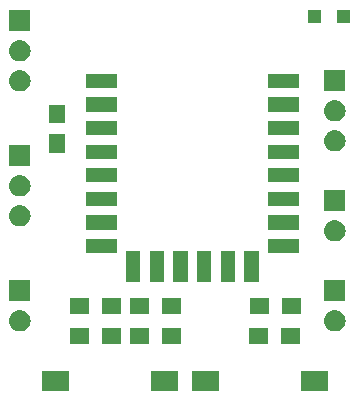
<source format=gbr>
G04 #@! TF.GenerationSoftware,KiCad,Pcbnew,(5.0.1-3-g963ef8bb5)*
G04 #@! TF.CreationDate,2019-01-23T22:51:25-05:00*
G04 #@! TF.ProjectId,WaterSpill,57617465725370696C6C2E6B69636164,rev?*
G04 #@! TF.SameCoordinates,Original*
G04 #@! TF.FileFunction,Soldermask,Top*
G04 #@! TF.FilePolarity,Negative*
%FSLAX46Y46*%
G04 Gerber Fmt 4.6, Leading zero omitted, Abs format (unit mm)*
G04 Created by KiCad (PCBNEW (5.0.1-3-g963ef8bb5)) date Wednesday, January 23, 2019 at 10:51:25 pm*
%MOMM*%
%LPD*%
G01*
G04 APERTURE LIST*
%ADD10C,0.100000*%
G04 APERTURE END LIST*
D10*
G36*
X56531000Y-51651000D02*
X54249000Y-51651000D01*
X54249000Y-49949000D01*
X56531000Y-49949000D01*
X56531000Y-51651000D01*
X56531000Y-51651000D01*
G37*
G36*
X47351000Y-51651000D02*
X45069000Y-51651000D01*
X45069000Y-49949000D01*
X47351000Y-49949000D01*
X47351000Y-51651000D01*
X47351000Y-51651000D01*
G37*
G36*
X43831000Y-51651000D02*
X41549000Y-51651000D01*
X41549000Y-49949000D01*
X43831000Y-49949000D01*
X43831000Y-51651000D01*
X43831000Y-51651000D01*
G37*
G36*
X34651000Y-51651000D02*
X32369000Y-51651000D01*
X32369000Y-49949000D01*
X34651000Y-49949000D01*
X34651000Y-51651000D01*
X34651000Y-51651000D01*
G37*
G36*
X54221000Y-47691000D02*
X52619000Y-47691000D01*
X52619000Y-46289000D01*
X54221000Y-46289000D01*
X54221000Y-47691000D01*
X54221000Y-47691000D01*
G37*
G36*
X51521000Y-47691000D02*
X49919000Y-47691000D01*
X49919000Y-46289000D01*
X51521000Y-46289000D01*
X51521000Y-47691000D01*
X51521000Y-47691000D01*
G37*
G36*
X44141000Y-47691000D02*
X42539000Y-47691000D01*
X42539000Y-46289000D01*
X44141000Y-46289000D01*
X44141000Y-47691000D01*
X44141000Y-47691000D01*
G37*
G36*
X41441000Y-47691000D02*
X39839000Y-47691000D01*
X39839000Y-46289000D01*
X41441000Y-46289000D01*
X41441000Y-47691000D01*
X41441000Y-47691000D01*
G37*
G36*
X39061000Y-47691000D02*
X37459000Y-47691000D01*
X37459000Y-46289000D01*
X39061000Y-46289000D01*
X39061000Y-47691000D01*
X39061000Y-47691000D01*
G37*
G36*
X36361000Y-47691000D02*
X34759000Y-47691000D01*
X34759000Y-46289000D01*
X36361000Y-46289000D01*
X36361000Y-47691000D01*
X36361000Y-47691000D01*
G37*
G36*
X30590442Y-44825518D02*
X30656627Y-44832037D01*
X30769853Y-44866384D01*
X30826467Y-44883557D01*
X30965087Y-44957652D01*
X30982991Y-44967222D01*
X31018729Y-44996552D01*
X31120186Y-45079814D01*
X31203448Y-45181271D01*
X31232778Y-45217009D01*
X31232779Y-45217011D01*
X31316443Y-45373533D01*
X31316443Y-45373534D01*
X31367963Y-45543373D01*
X31385359Y-45720000D01*
X31367963Y-45896627D01*
X31333616Y-46009853D01*
X31316443Y-46066467D01*
X31242348Y-46205087D01*
X31232778Y-46222991D01*
X31203448Y-46258729D01*
X31120186Y-46360186D01*
X31018729Y-46443448D01*
X30982991Y-46472778D01*
X30982989Y-46472779D01*
X30826467Y-46556443D01*
X30769853Y-46573616D01*
X30656627Y-46607963D01*
X30590442Y-46614482D01*
X30524260Y-46621000D01*
X30435740Y-46621000D01*
X30369558Y-46614482D01*
X30303373Y-46607963D01*
X30190147Y-46573616D01*
X30133533Y-46556443D01*
X29977011Y-46472779D01*
X29977009Y-46472778D01*
X29941271Y-46443448D01*
X29839814Y-46360186D01*
X29756552Y-46258729D01*
X29727222Y-46222991D01*
X29717652Y-46205087D01*
X29643557Y-46066467D01*
X29626384Y-46009853D01*
X29592037Y-45896627D01*
X29574641Y-45720000D01*
X29592037Y-45543373D01*
X29643557Y-45373534D01*
X29643557Y-45373533D01*
X29727221Y-45217011D01*
X29727222Y-45217009D01*
X29756552Y-45181271D01*
X29839814Y-45079814D01*
X29941271Y-44996552D01*
X29977009Y-44967222D01*
X29994913Y-44957652D01*
X30133533Y-44883557D01*
X30190147Y-44866384D01*
X30303373Y-44832037D01*
X30369558Y-44825518D01*
X30435740Y-44819000D01*
X30524260Y-44819000D01*
X30590442Y-44825518D01*
X30590442Y-44825518D01*
G37*
G36*
X57260442Y-44825518D02*
X57326627Y-44832037D01*
X57439853Y-44866384D01*
X57496467Y-44883557D01*
X57635087Y-44957652D01*
X57652991Y-44967222D01*
X57688729Y-44996552D01*
X57790186Y-45079814D01*
X57873448Y-45181271D01*
X57902778Y-45217009D01*
X57902779Y-45217011D01*
X57986443Y-45373533D01*
X57986443Y-45373534D01*
X58037963Y-45543373D01*
X58055359Y-45720000D01*
X58037963Y-45896627D01*
X58003616Y-46009853D01*
X57986443Y-46066467D01*
X57912348Y-46205087D01*
X57902778Y-46222991D01*
X57873448Y-46258729D01*
X57790186Y-46360186D01*
X57688729Y-46443448D01*
X57652991Y-46472778D01*
X57652989Y-46472779D01*
X57496467Y-46556443D01*
X57439853Y-46573616D01*
X57326627Y-46607963D01*
X57260442Y-46614482D01*
X57194260Y-46621000D01*
X57105740Y-46621000D01*
X57039558Y-46614482D01*
X56973373Y-46607963D01*
X56860147Y-46573616D01*
X56803533Y-46556443D01*
X56647011Y-46472779D01*
X56647009Y-46472778D01*
X56611271Y-46443448D01*
X56509814Y-46360186D01*
X56426552Y-46258729D01*
X56397222Y-46222991D01*
X56387652Y-46205087D01*
X56313557Y-46066467D01*
X56296384Y-46009853D01*
X56262037Y-45896627D01*
X56244641Y-45720000D01*
X56262037Y-45543373D01*
X56313557Y-45373534D01*
X56313557Y-45373533D01*
X56397221Y-45217011D01*
X56397222Y-45217009D01*
X56426552Y-45181271D01*
X56509814Y-45079814D01*
X56611271Y-44996552D01*
X56647009Y-44967222D01*
X56664913Y-44957652D01*
X56803533Y-44883557D01*
X56860147Y-44866384D01*
X56973373Y-44832037D01*
X57039558Y-44825518D01*
X57105740Y-44819000D01*
X57194260Y-44819000D01*
X57260442Y-44825518D01*
X57260442Y-44825518D01*
G37*
G36*
X54301000Y-45151000D02*
X52699000Y-45151000D01*
X52699000Y-43749000D01*
X54301000Y-43749000D01*
X54301000Y-45151000D01*
X54301000Y-45151000D01*
G37*
G36*
X51601000Y-45151000D02*
X49999000Y-45151000D01*
X49999000Y-43749000D01*
X51601000Y-43749000D01*
X51601000Y-45151000D01*
X51601000Y-45151000D01*
G37*
G36*
X44141000Y-45151000D02*
X42539000Y-45151000D01*
X42539000Y-43749000D01*
X44141000Y-43749000D01*
X44141000Y-45151000D01*
X44141000Y-45151000D01*
G37*
G36*
X41441000Y-45151000D02*
X39839000Y-45151000D01*
X39839000Y-43749000D01*
X41441000Y-43749000D01*
X41441000Y-45151000D01*
X41441000Y-45151000D01*
G37*
G36*
X39061000Y-45151000D02*
X37459000Y-45151000D01*
X37459000Y-43749000D01*
X39061000Y-43749000D01*
X39061000Y-45151000D01*
X39061000Y-45151000D01*
G37*
G36*
X36361000Y-45151000D02*
X34759000Y-45151000D01*
X34759000Y-43749000D01*
X36361000Y-43749000D01*
X36361000Y-45151000D01*
X36361000Y-45151000D01*
G37*
G36*
X58051000Y-44081000D02*
X56249000Y-44081000D01*
X56249000Y-42279000D01*
X58051000Y-42279000D01*
X58051000Y-44081000D01*
X58051000Y-44081000D01*
G37*
G36*
X31381000Y-44081000D02*
X29579000Y-44081000D01*
X29579000Y-42279000D01*
X31381000Y-42279000D01*
X31381000Y-44081000D01*
X31381000Y-44081000D01*
G37*
G36*
X48691000Y-42401000D02*
X47489000Y-42401000D01*
X47489000Y-39799000D01*
X48691000Y-39799000D01*
X48691000Y-42401000D01*
X48691000Y-42401000D01*
G37*
G36*
X50691000Y-42401000D02*
X49489000Y-42401000D01*
X49489000Y-39799000D01*
X50691000Y-39799000D01*
X50691000Y-42401000D01*
X50691000Y-42401000D01*
G37*
G36*
X46691000Y-42401000D02*
X45489000Y-42401000D01*
X45489000Y-39799000D01*
X46691000Y-39799000D01*
X46691000Y-42401000D01*
X46691000Y-42401000D01*
G37*
G36*
X44691000Y-42401000D02*
X43489000Y-42401000D01*
X43489000Y-39799000D01*
X44691000Y-39799000D01*
X44691000Y-42401000D01*
X44691000Y-42401000D01*
G37*
G36*
X42691000Y-42401000D02*
X41489000Y-42401000D01*
X41489000Y-39799000D01*
X42691000Y-39799000D01*
X42691000Y-42401000D01*
X42691000Y-42401000D01*
G37*
G36*
X40691000Y-42401000D02*
X39489000Y-42401000D01*
X39489000Y-39799000D01*
X40691000Y-39799000D01*
X40691000Y-42401000D01*
X40691000Y-42401000D01*
G37*
G36*
X38701000Y-40001000D02*
X36099000Y-40001000D01*
X36099000Y-38799000D01*
X38701000Y-38799000D01*
X38701000Y-40001000D01*
X38701000Y-40001000D01*
G37*
G36*
X54101000Y-40001000D02*
X51499000Y-40001000D01*
X51499000Y-38799000D01*
X54101000Y-38799000D01*
X54101000Y-40001000D01*
X54101000Y-40001000D01*
G37*
G36*
X57260442Y-37205518D02*
X57326627Y-37212037D01*
X57439853Y-37246384D01*
X57496467Y-37263557D01*
X57626363Y-37332989D01*
X57652991Y-37347222D01*
X57688729Y-37376552D01*
X57790186Y-37459814D01*
X57873448Y-37561271D01*
X57902778Y-37597009D01*
X57902779Y-37597011D01*
X57986443Y-37753533D01*
X57986443Y-37753534D01*
X58037963Y-37923373D01*
X58055359Y-38100000D01*
X58037963Y-38276627D01*
X58003616Y-38389853D01*
X57986443Y-38446467D01*
X57912348Y-38585087D01*
X57902778Y-38602991D01*
X57873448Y-38638729D01*
X57790186Y-38740186D01*
X57688729Y-38823448D01*
X57652991Y-38852778D01*
X57652989Y-38852779D01*
X57496467Y-38936443D01*
X57439853Y-38953616D01*
X57326627Y-38987963D01*
X57260443Y-38994481D01*
X57194260Y-39001000D01*
X57105740Y-39001000D01*
X57039557Y-38994481D01*
X56973373Y-38987963D01*
X56860147Y-38953616D01*
X56803533Y-38936443D01*
X56647011Y-38852779D01*
X56647009Y-38852778D01*
X56611271Y-38823448D01*
X56509814Y-38740186D01*
X56426552Y-38638729D01*
X56397222Y-38602991D01*
X56387652Y-38585087D01*
X56313557Y-38446467D01*
X56296384Y-38389853D01*
X56262037Y-38276627D01*
X56244641Y-38100000D01*
X56262037Y-37923373D01*
X56313557Y-37753534D01*
X56313557Y-37753533D01*
X56397221Y-37597011D01*
X56397222Y-37597009D01*
X56426552Y-37561271D01*
X56509814Y-37459814D01*
X56611271Y-37376552D01*
X56647009Y-37347222D01*
X56673637Y-37332989D01*
X56803533Y-37263557D01*
X56860147Y-37246384D01*
X56973373Y-37212037D01*
X57039558Y-37205518D01*
X57105740Y-37199000D01*
X57194260Y-37199000D01*
X57260442Y-37205518D01*
X57260442Y-37205518D01*
G37*
G36*
X38701000Y-38001000D02*
X36099000Y-38001000D01*
X36099000Y-36799000D01*
X38701000Y-36799000D01*
X38701000Y-38001000D01*
X38701000Y-38001000D01*
G37*
G36*
X54101000Y-38001000D02*
X51499000Y-38001000D01*
X51499000Y-36799000D01*
X54101000Y-36799000D01*
X54101000Y-38001000D01*
X54101000Y-38001000D01*
G37*
G36*
X30590442Y-35935518D02*
X30656627Y-35942037D01*
X30769853Y-35976384D01*
X30826467Y-35993557D01*
X30965087Y-36067652D01*
X30982991Y-36077222D01*
X31018729Y-36106552D01*
X31120186Y-36189814D01*
X31203448Y-36291271D01*
X31232778Y-36327009D01*
X31232779Y-36327011D01*
X31316443Y-36483533D01*
X31316443Y-36483534D01*
X31367963Y-36653373D01*
X31385359Y-36830000D01*
X31367963Y-37006627D01*
X31333616Y-37119853D01*
X31316443Y-37176467D01*
X31297430Y-37212037D01*
X31232778Y-37332991D01*
X31203448Y-37368729D01*
X31120186Y-37470186D01*
X31018729Y-37553448D01*
X30982991Y-37582778D01*
X30982989Y-37582779D01*
X30826467Y-37666443D01*
X30769853Y-37683616D01*
X30656627Y-37717963D01*
X30590443Y-37724481D01*
X30524260Y-37731000D01*
X30435740Y-37731000D01*
X30369557Y-37724481D01*
X30303373Y-37717963D01*
X30190147Y-37683616D01*
X30133533Y-37666443D01*
X29977011Y-37582779D01*
X29977009Y-37582778D01*
X29941271Y-37553448D01*
X29839814Y-37470186D01*
X29756552Y-37368729D01*
X29727222Y-37332991D01*
X29662570Y-37212037D01*
X29643557Y-37176467D01*
X29626384Y-37119853D01*
X29592037Y-37006627D01*
X29574641Y-36830000D01*
X29592037Y-36653373D01*
X29643557Y-36483534D01*
X29643557Y-36483533D01*
X29727221Y-36327011D01*
X29727222Y-36327009D01*
X29756552Y-36291271D01*
X29839814Y-36189814D01*
X29941271Y-36106552D01*
X29977009Y-36077222D01*
X29994913Y-36067652D01*
X30133533Y-35993557D01*
X30190147Y-35976384D01*
X30303373Y-35942037D01*
X30369558Y-35935518D01*
X30435740Y-35929000D01*
X30524260Y-35929000D01*
X30590442Y-35935518D01*
X30590442Y-35935518D01*
G37*
G36*
X58051000Y-36461000D02*
X56249000Y-36461000D01*
X56249000Y-34659000D01*
X58051000Y-34659000D01*
X58051000Y-36461000D01*
X58051000Y-36461000D01*
G37*
G36*
X38701000Y-36001000D02*
X36099000Y-36001000D01*
X36099000Y-34799000D01*
X38701000Y-34799000D01*
X38701000Y-36001000D01*
X38701000Y-36001000D01*
G37*
G36*
X54101000Y-36001000D02*
X51499000Y-36001000D01*
X51499000Y-34799000D01*
X54101000Y-34799000D01*
X54101000Y-36001000D01*
X54101000Y-36001000D01*
G37*
G36*
X30590442Y-33395518D02*
X30656627Y-33402037D01*
X30769853Y-33436384D01*
X30826467Y-33453557D01*
X30965087Y-33527652D01*
X30982991Y-33537222D01*
X31018729Y-33566552D01*
X31120186Y-33649814D01*
X31203448Y-33751271D01*
X31232778Y-33787009D01*
X31232779Y-33787011D01*
X31316443Y-33943533D01*
X31316443Y-33943534D01*
X31367963Y-34113373D01*
X31385359Y-34290000D01*
X31367963Y-34466627D01*
X31333616Y-34579853D01*
X31316443Y-34636467D01*
X31242348Y-34775087D01*
X31232778Y-34792991D01*
X31203448Y-34828729D01*
X31120186Y-34930186D01*
X31018729Y-35013448D01*
X30982991Y-35042778D01*
X30982989Y-35042779D01*
X30826467Y-35126443D01*
X30769853Y-35143616D01*
X30656627Y-35177963D01*
X30590442Y-35184482D01*
X30524260Y-35191000D01*
X30435740Y-35191000D01*
X30369558Y-35184482D01*
X30303373Y-35177963D01*
X30190147Y-35143616D01*
X30133533Y-35126443D01*
X29977011Y-35042779D01*
X29977009Y-35042778D01*
X29941271Y-35013448D01*
X29839814Y-34930186D01*
X29756552Y-34828729D01*
X29727222Y-34792991D01*
X29717652Y-34775087D01*
X29643557Y-34636467D01*
X29626384Y-34579853D01*
X29592037Y-34466627D01*
X29574641Y-34290000D01*
X29592037Y-34113373D01*
X29643557Y-33943534D01*
X29643557Y-33943533D01*
X29727221Y-33787011D01*
X29727222Y-33787009D01*
X29756552Y-33751271D01*
X29839814Y-33649814D01*
X29941271Y-33566552D01*
X29977009Y-33537222D01*
X29994913Y-33527652D01*
X30133533Y-33453557D01*
X30190147Y-33436384D01*
X30303373Y-33402037D01*
X30369558Y-33395518D01*
X30435740Y-33389000D01*
X30524260Y-33389000D01*
X30590442Y-33395518D01*
X30590442Y-33395518D01*
G37*
G36*
X54101000Y-34001000D02*
X51499000Y-34001000D01*
X51499000Y-32799000D01*
X54101000Y-32799000D01*
X54101000Y-34001000D01*
X54101000Y-34001000D01*
G37*
G36*
X38701000Y-34001000D02*
X36099000Y-34001000D01*
X36099000Y-32799000D01*
X38701000Y-32799000D01*
X38701000Y-34001000D01*
X38701000Y-34001000D01*
G37*
G36*
X31381000Y-32651000D02*
X29579000Y-32651000D01*
X29579000Y-30849000D01*
X31381000Y-30849000D01*
X31381000Y-32651000D01*
X31381000Y-32651000D01*
G37*
G36*
X38701000Y-32001000D02*
X36099000Y-32001000D01*
X36099000Y-30799000D01*
X38701000Y-30799000D01*
X38701000Y-32001000D01*
X38701000Y-32001000D01*
G37*
G36*
X54101000Y-32001000D02*
X51499000Y-32001000D01*
X51499000Y-30799000D01*
X54101000Y-30799000D01*
X54101000Y-32001000D01*
X54101000Y-32001000D01*
G37*
G36*
X34331000Y-31515000D02*
X32979000Y-31515000D01*
X32979000Y-29913000D01*
X34331000Y-29913000D01*
X34331000Y-31515000D01*
X34331000Y-31515000D01*
G37*
G36*
X57260443Y-29585519D02*
X57326627Y-29592037D01*
X57439853Y-29626384D01*
X57496467Y-29643557D01*
X57635087Y-29717652D01*
X57652991Y-29727222D01*
X57688729Y-29756552D01*
X57790186Y-29839814D01*
X57850247Y-29913000D01*
X57902778Y-29977009D01*
X57902779Y-29977011D01*
X57986443Y-30133533D01*
X57986443Y-30133534D01*
X58037963Y-30303373D01*
X58055359Y-30480000D01*
X58037963Y-30656627D01*
X58003616Y-30769853D01*
X57986443Y-30826467D01*
X57912348Y-30965087D01*
X57902778Y-30982991D01*
X57873448Y-31018729D01*
X57790186Y-31120186D01*
X57688729Y-31203448D01*
X57652991Y-31232778D01*
X57652989Y-31232779D01*
X57496467Y-31316443D01*
X57439853Y-31333616D01*
X57326627Y-31367963D01*
X57260443Y-31374481D01*
X57194260Y-31381000D01*
X57105740Y-31381000D01*
X57039557Y-31374481D01*
X56973373Y-31367963D01*
X56860147Y-31333616D01*
X56803533Y-31316443D01*
X56647011Y-31232779D01*
X56647009Y-31232778D01*
X56611271Y-31203448D01*
X56509814Y-31120186D01*
X56426552Y-31018729D01*
X56397222Y-30982991D01*
X56387652Y-30965087D01*
X56313557Y-30826467D01*
X56296384Y-30769853D01*
X56262037Y-30656627D01*
X56244641Y-30480000D01*
X56262037Y-30303373D01*
X56313557Y-30133534D01*
X56313557Y-30133533D01*
X56397221Y-29977011D01*
X56397222Y-29977009D01*
X56449753Y-29913000D01*
X56509814Y-29839814D01*
X56611271Y-29756552D01*
X56647009Y-29727222D01*
X56664913Y-29717652D01*
X56803533Y-29643557D01*
X56860147Y-29626384D01*
X56973373Y-29592037D01*
X57039557Y-29585519D01*
X57105740Y-29579000D01*
X57194260Y-29579000D01*
X57260443Y-29585519D01*
X57260443Y-29585519D01*
G37*
G36*
X54101000Y-30001000D02*
X51499000Y-30001000D01*
X51499000Y-28799000D01*
X54101000Y-28799000D01*
X54101000Y-30001000D01*
X54101000Y-30001000D01*
G37*
G36*
X38701000Y-30001000D02*
X36099000Y-30001000D01*
X36099000Y-28799000D01*
X38701000Y-28799000D01*
X38701000Y-30001000D01*
X38701000Y-30001000D01*
G37*
G36*
X34331000Y-29015000D02*
X32979000Y-29015000D01*
X32979000Y-27413000D01*
X34331000Y-27413000D01*
X34331000Y-29015000D01*
X34331000Y-29015000D01*
G37*
G36*
X57260443Y-27045519D02*
X57326627Y-27052037D01*
X57439853Y-27086384D01*
X57496467Y-27103557D01*
X57635087Y-27177652D01*
X57652991Y-27187222D01*
X57688729Y-27216552D01*
X57790186Y-27299814D01*
X57873448Y-27401271D01*
X57902778Y-27437009D01*
X57902779Y-27437011D01*
X57986443Y-27593533D01*
X57986443Y-27593534D01*
X58037963Y-27763373D01*
X58055359Y-27940000D01*
X58037963Y-28116627D01*
X58003616Y-28229853D01*
X57986443Y-28286467D01*
X57912348Y-28425087D01*
X57902778Y-28442991D01*
X57873448Y-28478729D01*
X57790186Y-28580186D01*
X57688729Y-28663448D01*
X57652991Y-28692778D01*
X57652989Y-28692779D01*
X57496467Y-28776443D01*
X57439853Y-28793616D01*
X57326627Y-28827963D01*
X57260442Y-28834482D01*
X57194260Y-28841000D01*
X57105740Y-28841000D01*
X57039558Y-28834482D01*
X56973373Y-28827963D01*
X56860147Y-28793616D01*
X56803533Y-28776443D01*
X56647011Y-28692779D01*
X56647009Y-28692778D01*
X56611271Y-28663448D01*
X56509814Y-28580186D01*
X56426552Y-28478729D01*
X56397222Y-28442991D01*
X56387652Y-28425087D01*
X56313557Y-28286467D01*
X56296384Y-28229853D01*
X56262037Y-28116627D01*
X56244641Y-27940000D01*
X56262037Y-27763373D01*
X56313557Y-27593534D01*
X56313557Y-27593533D01*
X56397221Y-27437011D01*
X56397222Y-27437009D01*
X56426552Y-27401271D01*
X56509814Y-27299814D01*
X56611271Y-27216552D01*
X56647009Y-27187222D01*
X56664913Y-27177652D01*
X56803533Y-27103557D01*
X56860147Y-27086384D01*
X56973373Y-27052037D01*
X57039557Y-27045519D01*
X57105740Y-27039000D01*
X57194260Y-27039000D01*
X57260443Y-27045519D01*
X57260443Y-27045519D01*
G37*
G36*
X38701000Y-28001000D02*
X36099000Y-28001000D01*
X36099000Y-26799000D01*
X38701000Y-26799000D01*
X38701000Y-28001000D01*
X38701000Y-28001000D01*
G37*
G36*
X54101000Y-28001000D02*
X51499000Y-28001000D01*
X51499000Y-26799000D01*
X54101000Y-26799000D01*
X54101000Y-28001000D01*
X54101000Y-28001000D01*
G37*
G36*
X30590442Y-24505518D02*
X30656627Y-24512037D01*
X30769853Y-24546384D01*
X30826467Y-24563557D01*
X30965087Y-24637652D01*
X30982991Y-24647222D01*
X31018729Y-24676552D01*
X31120186Y-24759814D01*
X31203448Y-24861271D01*
X31232778Y-24897009D01*
X31232779Y-24897011D01*
X31316443Y-25053533D01*
X31316443Y-25053534D01*
X31367963Y-25223373D01*
X31385359Y-25400000D01*
X31367963Y-25576627D01*
X31333616Y-25689853D01*
X31316443Y-25746467D01*
X31242348Y-25885087D01*
X31232778Y-25902991D01*
X31203448Y-25938729D01*
X31120186Y-26040186D01*
X31018729Y-26123448D01*
X30982991Y-26152778D01*
X30982989Y-26152779D01*
X30826467Y-26236443D01*
X30769853Y-26253616D01*
X30656627Y-26287963D01*
X30590443Y-26294481D01*
X30524260Y-26301000D01*
X30435740Y-26301000D01*
X30369557Y-26294481D01*
X30303373Y-26287963D01*
X30190147Y-26253616D01*
X30133533Y-26236443D01*
X29977011Y-26152779D01*
X29977009Y-26152778D01*
X29941271Y-26123448D01*
X29839814Y-26040186D01*
X29756552Y-25938729D01*
X29727222Y-25902991D01*
X29717652Y-25885087D01*
X29643557Y-25746467D01*
X29626384Y-25689853D01*
X29592037Y-25576627D01*
X29574641Y-25400000D01*
X29592037Y-25223373D01*
X29643557Y-25053534D01*
X29643557Y-25053533D01*
X29727221Y-24897011D01*
X29727222Y-24897009D01*
X29756552Y-24861271D01*
X29839814Y-24759814D01*
X29941271Y-24676552D01*
X29977009Y-24647222D01*
X29994913Y-24637652D01*
X30133533Y-24563557D01*
X30190147Y-24546384D01*
X30303373Y-24512037D01*
X30369557Y-24505519D01*
X30435740Y-24499000D01*
X30524260Y-24499000D01*
X30590442Y-24505518D01*
X30590442Y-24505518D01*
G37*
G36*
X58051000Y-26301000D02*
X56249000Y-26301000D01*
X56249000Y-24499000D01*
X58051000Y-24499000D01*
X58051000Y-26301000D01*
X58051000Y-26301000D01*
G37*
G36*
X38701000Y-26001000D02*
X36099000Y-26001000D01*
X36099000Y-24799000D01*
X38701000Y-24799000D01*
X38701000Y-26001000D01*
X38701000Y-26001000D01*
G37*
G36*
X54101000Y-26001000D02*
X51499000Y-26001000D01*
X51499000Y-24799000D01*
X54101000Y-24799000D01*
X54101000Y-26001000D01*
X54101000Y-26001000D01*
G37*
G36*
X30590443Y-21965519D02*
X30656627Y-21972037D01*
X30769853Y-22006384D01*
X30826467Y-22023557D01*
X30965087Y-22097652D01*
X30982991Y-22107222D01*
X31018729Y-22136552D01*
X31120186Y-22219814D01*
X31203448Y-22321271D01*
X31232778Y-22357009D01*
X31232779Y-22357011D01*
X31316443Y-22513533D01*
X31316443Y-22513534D01*
X31367963Y-22683373D01*
X31385359Y-22860000D01*
X31367963Y-23036627D01*
X31333616Y-23149853D01*
X31316443Y-23206467D01*
X31242348Y-23345087D01*
X31232778Y-23362991D01*
X31203448Y-23398729D01*
X31120186Y-23500186D01*
X31018729Y-23583448D01*
X30982991Y-23612778D01*
X30982989Y-23612779D01*
X30826467Y-23696443D01*
X30769853Y-23713616D01*
X30656627Y-23747963D01*
X30590442Y-23754482D01*
X30524260Y-23761000D01*
X30435740Y-23761000D01*
X30369558Y-23754482D01*
X30303373Y-23747963D01*
X30190147Y-23713616D01*
X30133533Y-23696443D01*
X29977011Y-23612779D01*
X29977009Y-23612778D01*
X29941271Y-23583448D01*
X29839814Y-23500186D01*
X29756552Y-23398729D01*
X29727222Y-23362991D01*
X29717652Y-23345087D01*
X29643557Y-23206467D01*
X29626384Y-23149853D01*
X29592037Y-23036627D01*
X29574641Y-22860000D01*
X29592037Y-22683373D01*
X29643557Y-22513534D01*
X29643557Y-22513533D01*
X29727221Y-22357011D01*
X29727222Y-22357009D01*
X29756552Y-22321271D01*
X29839814Y-22219814D01*
X29941271Y-22136552D01*
X29977009Y-22107222D01*
X29994913Y-22097652D01*
X30133533Y-22023557D01*
X30190147Y-22006384D01*
X30303373Y-21972037D01*
X30369557Y-21965519D01*
X30435740Y-21959000D01*
X30524260Y-21959000D01*
X30590443Y-21965519D01*
X30590443Y-21965519D01*
G37*
G36*
X31381000Y-21221000D02*
X29579000Y-21221000D01*
X29579000Y-19419000D01*
X31381000Y-19419000D01*
X31381000Y-21221000D01*
X31381000Y-21221000D01*
G37*
G36*
X58443000Y-20490000D02*
X57341000Y-20490000D01*
X57341000Y-19388000D01*
X58443000Y-19388000D01*
X58443000Y-20490000D01*
X58443000Y-20490000D01*
G37*
G36*
X55943000Y-20490000D02*
X54841000Y-20490000D01*
X54841000Y-19388000D01*
X55943000Y-19388000D01*
X55943000Y-20490000D01*
X55943000Y-20490000D01*
G37*
M02*

</source>
